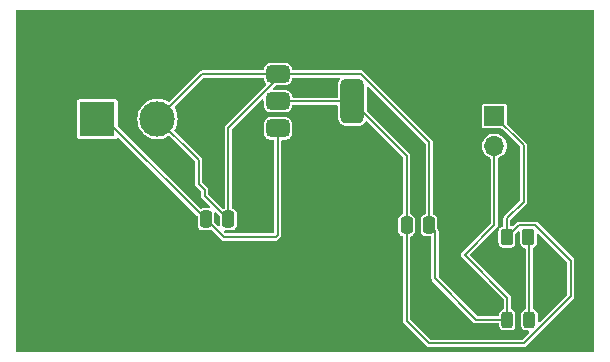
<source format=gbr>
%TF.GenerationSoftware,KiCad,Pcbnew,8.0.5*%
%TF.CreationDate,2026-01-17T19:17:13+05:30*%
%TF.ProjectId,5V_to_3V3_Power_Module,35565f74-6f5f-4335-9633-5f506f776572,rev?*%
%TF.SameCoordinates,Original*%
%TF.FileFunction,Copper,L1,Top*%
%TF.FilePolarity,Positive*%
%FSLAX46Y46*%
G04 Gerber Fmt 4.6, Leading zero omitted, Abs format (unit mm)*
G04 Created by KiCad (PCBNEW 8.0.5) date 2026-01-17 19:17:13*
%MOMM*%
%LPD*%
G01*
G04 APERTURE LIST*
G04 Aperture macros list*
%AMRoundRect*
0 Rectangle with rounded corners*
0 $1 Rounding radius*
0 $2 $3 $4 $5 $6 $7 $8 $9 X,Y pos of 4 corners*
0 Add a 4 corners polygon primitive as box body*
4,1,4,$2,$3,$4,$5,$6,$7,$8,$9,$2,$3,0*
0 Add four circle primitives for the rounded corners*
1,1,$1+$1,$2,$3*
1,1,$1+$1,$4,$5*
1,1,$1+$1,$6,$7*
1,1,$1+$1,$8,$9*
0 Add four rect primitives between the rounded corners*
20,1,$1+$1,$2,$3,$4,$5,0*
20,1,$1+$1,$4,$5,$6,$7,0*
20,1,$1+$1,$6,$7,$8,$9,0*
20,1,$1+$1,$8,$9,$2,$3,0*%
G04 Aperture macros list end*
%TA.AperFunction,SMDPad,CuDef*%
%ADD10RoundRect,0.250000X-0.250000X-0.475000X0.250000X-0.475000X0.250000X0.475000X-0.250000X0.475000X0*%
%TD*%
%TA.AperFunction,SMDPad,CuDef*%
%ADD11RoundRect,0.375000X-0.625000X-0.375000X0.625000X-0.375000X0.625000X0.375000X-0.625000X0.375000X0*%
%TD*%
%TA.AperFunction,SMDPad,CuDef*%
%ADD12RoundRect,0.500000X-0.500000X-1.400000X0.500000X-1.400000X0.500000X1.400000X-0.500000X1.400000X0*%
%TD*%
%TA.AperFunction,ComponentPad*%
%ADD13R,3.000000X3.000000*%
%TD*%
%TA.AperFunction,ComponentPad*%
%ADD14C,3.000000*%
%TD*%
%TA.AperFunction,SMDPad,CuDef*%
%ADD15RoundRect,0.243750X-0.243750X-0.456250X0.243750X-0.456250X0.243750X0.456250X-0.243750X0.456250X0*%
%TD*%
%TA.AperFunction,SMDPad,CuDef*%
%ADD16RoundRect,0.250000X-0.262500X-0.450000X0.262500X-0.450000X0.262500X0.450000X-0.262500X0.450000X0*%
%TD*%
%TA.AperFunction,ComponentPad*%
%ADD17R,1.700000X1.700000*%
%TD*%
%TA.AperFunction,ComponentPad*%
%ADD18O,1.700000X1.700000*%
%TD*%
%TA.AperFunction,Conductor*%
%ADD19C,0.200000*%
%TD*%
G04 APERTURE END LIST*
D10*
%TO.P,C2,1*%
%TO.N,+3V3*%
X166600000Y-83500000D03*
%TO.P,C2,2*%
%TO.N,GND*%
X168500000Y-83500000D03*
%TD*%
%TO.P,C1,1*%
%TO.N,+5V*%
X149600000Y-83000000D03*
%TO.P,C1,2*%
%TO.N,GND*%
X151500000Y-83000000D03*
%TD*%
D11*
%TO.P,U1,1,GND*%
%TO.N,GND*%
X155700000Y-70700000D03*
%TO.P,U1,2,VO*%
%TO.N,+3V3*%
X155700000Y-73000000D03*
D12*
X162000000Y-73000000D03*
D11*
%TO.P,U1,3,VI*%
%TO.N,+5V*%
X155700000Y-75300000D03*
%TD*%
D13*
%TO.P,J1,1,Pin_1*%
%TO.N,+5V*%
X140420000Y-74500000D03*
D14*
%TO.P,J1,2,Pin_2*%
%TO.N,GND*%
X145500000Y-74500000D03*
%TD*%
D15*
%TO.P,D1,1,K*%
%TO.N,GND*%
X175125000Y-91500000D03*
%TO.P,D1,2,A*%
%TO.N,Net-(D1-A)*%
X177000000Y-91500000D03*
%TD*%
D16*
%TO.P,R1,1*%
%TO.N,+3V3*%
X175087500Y-84500000D03*
%TO.P,R1,2*%
%TO.N,Net-(D1-A)*%
X176912500Y-84500000D03*
%TD*%
D17*
%TO.P,J2,1,Pin_1*%
%TO.N,+3V3*%
X174025000Y-74250000D03*
D18*
%TO.P,J2,2,Pin_2*%
%TO.N,GND*%
X174025000Y-76790000D03*
%TD*%
D19*
%TO.N,GND*%
X149000000Y-78000000D02*
X149000000Y-80000000D01*
X168500000Y-76461358D02*
X168500000Y-83500000D01*
X149000000Y-80000000D02*
X149500000Y-80500000D01*
X175125000Y-89625000D02*
X175125000Y-91500000D01*
X155700000Y-70700000D02*
X162738642Y-70700000D01*
X171500000Y-86000000D02*
X175125000Y-89625000D01*
X174025000Y-76790000D02*
X174025000Y-83475000D01*
X149500000Y-81000000D02*
X151500000Y-83000000D01*
X145500000Y-74500000D02*
X149300000Y-70700000D01*
X169000000Y-84000000D02*
X169000000Y-88000000D01*
X169000000Y-88000000D02*
X172500000Y-91500000D01*
X149500000Y-80500000D02*
X149500000Y-81000000D01*
X168500000Y-83500000D02*
X169000000Y-84000000D01*
X155700000Y-70700000D02*
X155700000Y-71045406D01*
X149300000Y-70700000D02*
X155700000Y-70700000D01*
X174025000Y-83475000D02*
X171500000Y-86000000D01*
X151500000Y-75245406D02*
X151500000Y-83000000D01*
X162738642Y-70700000D02*
X168500000Y-76461358D01*
X155700000Y-71045406D02*
X151500000Y-75245406D01*
X172500000Y-91500000D02*
X175125000Y-91500000D01*
X145500000Y-74500000D02*
X149000000Y-78000000D01*
%TO.N,+5V*%
X149600000Y-83000000D02*
X151100000Y-84500000D01*
X155700000Y-84300000D02*
X155700000Y-75300000D01*
X141100000Y-74500000D02*
X149600000Y-83000000D01*
X151100000Y-84500000D02*
X155500000Y-84500000D01*
X140420000Y-74500000D02*
X141100000Y-74500000D01*
X155500000Y-84500000D02*
X155700000Y-84300000D01*
%TO.N,+3V3*%
X180500000Y-86500000D02*
X180500000Y-89500000D01*
X175087500Y-82912500D02*
X175087500Y-84500000D01*
X166600000Y-91600000D02*
X166600000Y-83500000D01*
X176087500Y-83500000D02*
X177500000Y-83500000D01*
X166600000Y-77600000D02*
X162000000Y-73000000D01*
X176500000Y-93500000D02*
X168500000Y-93500000D01*
X175087500Y-84500000D02*
X176087500Y-83500000D01*
X180500000Y-89500000D02*
X176500000Y-93500000D01*
X176500000Y-76725000D02*
X176500000Y-81500000D01*
X176500000Y-81500000D02*
X175087500Y-82912500D01*
X162000000Y-73000000D02*
X155700000Y-73000000D01*
X174025000Y-74250000D02*
X176500000Y-76725000D01*
X177500000Y-83500000D02*
X180500000Y-86500000D01*
X166600000Y-83500000D02*
X166600000Y-77600000D01*
X168500000Y-93500000D02*
X166600000Y-91600000D01*
%TO.N,Net-(D1-A)*%
X177000000Y-84587500D02*
X176912500Y-84500000D01*
X177000000Y-91500000D02*
X177000000Y-84587500D01*
%TD*%
%TA.AperFunction,NonConductor*%
G36*
X182442539Y-65270185D02*
G01*
X182488294Y-65322989D01*
X182499500Y-65374500D01*
X182499500Y-94125500D01*
X182479815Y-94192539D01*
X182427011Y-94238294D01*
X182375500Y-94249500D01*
X133624500Y-94249500D01*
X133557461Y-94229815D01*
X133511706Y-94177011D01*
X133500500Y-94125500D01*
X133500500Y-72980247D01*
X138719500Y-72980247D01*
X138719500Y-76019752D01*
X138731131Y-76078229D01*
X138731132Y-76078230D01*
X138775447Y-76144552D01*
X138841769Y-76188867D01*
X138841770Y-76188868D01*
X138900247Y-76200499D01*
X138900250Y-76200500D01*
X138900252Y-76200500D01*
X141939750Y-76200500D01*
X141939751Y-76200499D01*
X141954568Y-76197552D01*
X141998229Y-76188868D01*
X141998229Y-76188867D01*
X141998231Y-76188867D01*
X142064552Y-76144552D01*
X142082759Y-76117302D01*
X142136370Y-76072499D01*
X142205695Y-76063790D01*
X142268723Y-76093945D01*
X142273542Y-76098513D01*
X148863181Y-82688152D01*
X148896666Y-82749475D01*
X148899500Y-82775833D01*
X148899500Y-83529269D01*
X148902353Y-83559699D01*
X148902353Y-83559701D01*
X148942931Y-83675662D01*
X148947207Y-83687882D01*
X149027850Y-83797150D01*
X149137118Y-83877793D01*
X149179845Y-83892744D01*
X149265299Y-83922646D01*
X149295730Y-83925500D01*
X149295734Y-83925500D01*
X149904270Y-83925500D01*
X149934689Y-83922647D01*
X149934689Y-83922646D01*
X149934699Y-83922646D01*
X149981890Y-83906132D01*
X150051662Y-83902570D01*
X150110522Y-83935493D01*
X150859540Y-84684511D01*
X150915489Y-84740460D01*
X150915491Y-84740461D01*
X150915495Y-84740464D01*
X150984004Y-84780017D01*
X150984011Y-84780021D01*
X151060438Y-84800500D01*
X151060440Y-84800500D01*
X155539560Y-84800500D01*
X155539562Y-84800500D01*
X155615989Y-84780021D01*
X155684511Y-84740460D01*
X155740460Y-84684511D01*
X155940460Y-84484511D01*
X155980022Y-84415988D01*
X156000500Y-84339562D01*
X156000500Y-84260438D01*
X156000500Y-76374500D01*
X156020185Y-76307461D01*
X156072989Y-76261706D01*
X156124500Y-76250500D01*
X156362713Y-76250500D01*
X156362720Y-76250500D01*
X156475236Y-76235687D01*
X156615233Y-76177698D01*
X156735451Y-76085451D01*
X156827698Y-75965233D01*
X156885687Y-75825236D01*
X156900500Y-75712720D01*
X156900500Y-74887280D01*
X156885687Y-74774764D01*
X156827698Y-74634767D01*
X156735451Y-74514549D01*
X156615233Y-74422302D01*
X156615229Y-74422300D01*
X156551801Y-74396027D01*
X156475236Y-74364313D01*
X156461171Y-74362461D01*
X156362727Y-74349500D01*
X156362720Y-74349500D01*
X155037280Y-74349500D01*
X155037272Y-74349500D01*
X154924764Y-74364313D01*
X154924763Y-74364313D01*
X154784770Y-74422300D01*
X154784767Y-74422301D01*
X154784767Y-74422302D01*
X154683516Y-74499995D01*
X154664549Y-74514549D01*
X154572300Y-74634770D01*
X154514313Y-74774763D01*
X154514313Y-74774764D01*
X154499500Y-74887272D01*
X154499500Y-75712727D01*
X154514313Y-75825235D01*
X154514313Y-75825236D01*
X154558711Y-75932423D01*
X154572302Y-75965233D01*
X154664549Y-76085451D01*
X154784767Y-76177698D01*
X154924764Y-76235687D01*
X155037280Y-76250500D01*
X155275500Y-76250500D01*
X155342539Y-76270185D01*
X155388294Y-76322989D01*
X155399500Y-76374500D01*
X155399500Y-84075500D01*
X155379815Y-84142539D01*
X155327011Y-84188294D01*
X155275500Y-84199500D01*
X151275833Y-84199500D01*
X151208794Y-84179815D01*
X151188152Y-84163181D01*
X151162152Y-84137181D01*
X151128667Y-84075858D01*
X151133651Y-84006166D01*
X151175523Y-83950233D01*
X151240987Y-83925816D01*
X151249833Y-83925500D01*
X151804270Y-83925500D01*
X151834699Y-83922646D01*
X151834701Y-83922646D01*
X151898790Y-83900219D01*
X151962882Y-83877793D01*
X152072150Y-83797150D01*
X152152793Y-83687882D01*
X152179757Y-83610824D01*
X152197646Y-83559701D01*
X152197646Y-83559699D01*
X152200500Y-83529269D01*
X152200500Y-82470730D01*
X152197646Y-82440300D01*
X152197646Y-82440298D01*
X152152793Y-82312119D01*
X152152792Y-82312117D01*
X152072150Y-82202850D01*
X151962882Y-82122207D01*
X151955429Y-82119599D01*
X151883544Y-82094445D01*
X151826769Y-82053723D01*
X151801022Y-81988770D01*
X151800500Y-81977404D01*
X151800500Y-75421239D01*
X151820185Y-75354200D01*
X151836819Y-75333558D01*
X154287819Y-72882558D01*
X154349142Y-72849073D01*
X154418834Y-72854057D01*
X154474767Y-72895929D01*
X154499184Y-72961393D01*
X154499500Y-72970239D01*
X154499500Y-73412727D01*
X154505367Y-73457287D01*
X154514313Y-73525236D01*
X154572302Y-73665233D01*
X154664549Y-73785451D01*
X154784767Y-73877698D01*
X154924764Y-73935687D01*
X155037280Y-73950500D01*
X155037287Y-73950500D01*
X156362713Y-73950500D01*
X156362720Y-73950500D01*
X156475236Y-73935687D01*
X156615233Y-73877698D01*
X156735451Y-73785451D01*
X156827698Y-73665233D01*
X156885687Y-73525236D01*
X156900500Y-73412720D01*
X156901030Y-73408695D01*
X156902981Y-73408951D01*
X156924292Y-73350774D01*
X156979978Y-73308575D01*
X157023994Y-73300500D01*
X160675500Y-73300500D01*
X160742539Y-73320185D01*
X160788294Y-73372989D01*
X160799500Y-73424500D01*
X160799500Y-74456613D01*
X160805913Y-74527192D01*
X160805913Y-74527194D01*
X160805914Y-74527196D01*
X160856522Y-74689606D01*
X160937867Y-74824167D01*
X160944530Y-74835188D01*
X161064811Y-74955469D01*
X161064813Y-74955470D01*
X161064815Y-74955472D01*
X161210394Y-75043478D01*
X161372804Y-75094086D01*
X161443384Y-75100500D01*
X161443387Y-75100500D01*
X162556613Y-75100500D01*
X162556616Y-75100500D01*
X162627196Y-75094086D01*
X162789606Y-75043478D01*
X162935185Y-74955472D01*
X163055472Y-74835185D01*
X163107245Y-74749541D01*
X163158770Y-74702356D01*
X163227629Y-74690517D01*
X163291958Y-74717785D01*
X163301041Y-74726012D01*
X166263181Y-77688152D01*
X166296666Y-77749475D01*
X166299500Y-77775833D01*
X166299500Y-82477404D01*
X166279815Y-82544443D01*
X166227011Y-82590198D01*
X166216456Y-82594445D01*
X166137117Y-82622207D01*
X166027850Y-82702850D01*
X165947207Y-82812117D01*
X165947206Y-82812119D01*
X165902353Y-82940298D01*
X165902353Y-82940300D01*
X165899500Y-82970730D01*
X165899500Y-84029269D01*
X165902353Y-84059699D01*
X165902353Y-84059701D01*
X165944384Y-84179815D01*
X165947207Y-84187882D01*
X166027850Y-84297150D01*
X166137118Y-84377793D01*
X166216458Y-84405555D01*
X166273231Y-84446275D01*
X166298978Y-84511228D01*
X166299500Y-84522595D01*
X166299500Y-91639562D01*
X166305506Y-91661977D01*
X166319979Y-91715991D01*
X166319981Y-91715994D01*
X166356944Y-91780014D01*
X166356946Y-91780023D01*
X166356949Y-91780022D01*
X166359540Y-91784511D01*
X168315489Y-93740460D01*
X168374829Y-93774720D01*
X168384008Y-93780020D01*
X168384012Y-93780022D01*
X168460438Y-93800500D01*
X168460440Y-93800500D01*
X176539560Y-93800500D01*
X176539562Y-93800500D01*
X176615989Y-93780021D01*
X176684511Y-93740460D01*
X176740460Y-93684511D01*
X180740460Y-89684511D01*
X180780021Y-89615989D01*
X180800500Y-89539562D01*
X180800500Y-86460438D01*
X180780022Y-86384012D01*
X180740460Y-86315489D01*
X177684511Y-83259540D01*
X177684510Y-83259539D01*
X177684507Y-83259537D01*
X177651462Y-83240459D01*
X177651462Y-83240458D01*
X177651460Y-83240458D01*
X177623243Y-83224167D01*
X177615990Y-83219979D01*
X177615991Y-83219979D01*
X177577775Y-83209739D01*
X177539562Y-83199500D01*
X176127062Y-83199500D01*
X176047938Y-83199500D01*
X175971510Y-83219978D01*
X175902989Y-83259540D01*
X175902986Y-83259542D01*
X175599681Y-83562847D01*
X175538358Y-83596332D01*
X175468666Y-83591348D01*
X175412733Y-83549476D01*
X175388316Y-83484012D01*
X175388000Y-83475166D01*
X175388000Y-83088333D01*
X175407685Y-83021294D01*
X175424319Y-83000652D01*
X176022876Y-82402095D01*
X176740460Y-81684511D01*
X176780022Y-81615988D01*
X176800500Y-81539562D01*
X176800500Y-81460438D01*
X176800500Y-76685438D01*
X176797438Y-76674011D01*
X176780022Y-76609012D01*
X176740460Y-76540489D01*
X175111819Y-74911848D01*
X175078334Y-74850525D01*
X175075500Y-74824167D01*
X175075500Y-73380249D01*
X175075499Y-73380247D01*
X175063868Y-73321770D01*
X175063867Y-73321769D01*
X175019552Y-73255447D01*
X174953230Y-73211132D01*
X174953229Y-73211131D01*
X174894752Y-73199500D01*
X174894748Y-73199500D01*
X173155252Y-73199500D01*
X173155247Y-73199500D01*
X173096770Y-73211131D01*
X173096769Y-73211132D01*
X173030447Y-73255447D01*
X172986132Y-73321769D01*
X172986131Y-73321770D01*
X172974500Y-73380247D01*
X172974500Y-75119752D01*
X172986131Y-75178229D01*
X172986132Y-75178230D01*
X173030447Y-75244552D01*
X173096769Y-75288867D01*
X173096770Y-75288868D01*
X173155247Y-75300499D01*
X173155250Y-75300500D01*
X173155252Y-75300500D01*
X174599167Y-75300500D01*
X174666206Y-75320185D01*
X174686848Y-75336819D01*
X176163181Y-76813152D01*
X176196666Y-76874475D01*
X176199500Y-76900833D01*
X176199500Y-81324167D01*
X176179815Y-81391206D01*
X176163181Y-81411848D01*
X174847041Y-82727987D01*
X174847035Y-82727995D01*
X174807482Y-82796504D01*
X174807479Y-82796509D01*
X174787000Y-82872939D01*
X174787000Y-83498030D01*
X174767315Y-83565069D01*
X174714511Y-83610824D01*
X174703956Y-83615071D01*
X174612117Y-83647207D01*
X174557008Y-83687880D01*
X174502850Y-83727850D01*
X174502849Y-83727850D01*
X174495374Y-83733368D01*
X174493130Y-83730328D01*
X174447605Y-83755073D01*
X174417095Y-83752831D01*
X174429386Y-83785784D01*
X174422743Y-83835585D01*
X174377354Y-83965298D01*
X174377353Y-83965300D01*
X174374500Y-83995730D01*
X174374500Y-85004269D01*
X174377353Y-85034699D01*
X174377353Y-85034701D01*
X174422206Y-85162880D01*
X174422207Y-85162882D01*
X174502850Y-85272150D01*
X174612118Y-85352793D01*
X174654845Y-85367744D01*
X174740299Y-85397646D01*
X174770730Y-85400500D01*
X174770734Y-85400500D01*
X175404270Y-85400500D01*
X175434699Y-85397646D01*
X175434701Y-85397646D01*
X175498790Y-85375219D01*
X175562882Y-85352793D01*
X175672150Y-85272150D01*
X175752793Y-85162882D01*
X175775219Y-85098790D01*
X175797646Y-85034701D01*
X175797646Y-85034699D01*
X175800500Y-85004269D01*
X175800500Y-84263333D01*
X175820185Y-84196294D01*
X175836819Y-84175652D01*
X175987819Y-84024652D01*
X176049142Y-83991167D01*
X176118834Y-83996151D01*
X176174767Y-84038023D01*
X176199184Y-84103487D01*
X176199500Y-84112333D01*
X176199500Y-85004269D01*
X176202353Y-85034699D01*
X176202353Y-85034701D01*
X176247206Y-85162880D01*
X176247207Y-85162882D01*
X176327850Y-85272150D01*
X176437118Y-85352793D01*
X176468063Y-85363621D01*
X176565295Y-85397645D01*
X176565299Y-85397645D01*
X176565301Y-85397646D01*
X176587078Y-85399688D01*
X176651984Y-85425544D01*
X176692610Y-85482388D01*
X176699500Y-85523146D01*
X176699500Y-90504963D01*
X176679815Y-90572002D01*
X176627011Y-90617757D01*
X176616472Y-90621997D01*
X176546321Y-90646545D01*
X176546319Y-90646546D01*
X176546317Y-90646547D01*
X176438569Y-90726069D01*
X176359045Y-90833819D01*
X176359044Y-90833821D01*
X176314815Y-90960218D01*
X176314813Y-90960230D01*
X176312000Y-90990231D01*
X176312000Y-92009768D01*
X176314813Y-92039769D01*
X176314815Y-92039781D01*
X176359044Y-92166178D01*
X176359045Y-92166180D01*
X176438569Y-92273930D01*
X176546319Y-92353454D01*
X176546321Y-92353455D01*
X176672718Y-92397684D01*
X176672722Y-92397684D01*
X176672726Y-92397686D01*
X176687731Y-92399093D01*
X176702732Y-92400500D01*
X176702736Y-92400500D01*
X176875167Y-92400500D01*
X176942206Y-92420185D01*
X176987961Y-92472989D01*
X176997905Y-92542147D01*
X176968880Y-92605703D01*
X176962848Y-92612181D01*
X176411848Y-93163181D01*
X176350525Y-93196666D01*
X176324167Y-93199500D01*
X168675833Y-93199500D01*
X168608794Y-93179815D01*
X168588152Y-93163181D01*
X166936819Y-91511848D01*
X166903334Y-91450525D01*
X166900500Y-91424167D01*
X166900500Y-84522595D01*
X166920185Y-84455556D01*
X166972989Y-84409801D01*
X166983523Y-84405561D01*
X167062882Y-84377793D01*
X167172150Y-84297150D01*
X167252793Y-84187882D01*
X167291992Y-84075858D01*
X167297646Y-84059701D01*
X167297646Y-84059699D01*
X167300500Y-84029269D01*
X167300500Y-82970730D01*
X167297646Y-82940300D01*
X167297646Y-82940298D01*
X167252793Y-82812119D01*
X167252792Y-82812117D01*
X167172150Y-82702850D01*
X167062882Y-82622207D01*
X166983544Y-82594445D01*
X166926769Y-82553723D01*
X166901022Y-82488770D01*
X166900500Y-82477404D01*
X166900500Y-77560439D01*
X166900500Y-77560438D01*
X166880021Y-77484011D01*
X166880017Y-77484004D01*
X166840464Y-77415495D01*
X166840458Y-77415487D01*
X163236819Y-73811848D01*
X163203334Y-73750525D01*
X163200500Y-73724167D01*
X163200500Y-71886191D01*
X163220185Y-71819152D01*
X163272989Y-71773397D01*
X163342147Y-71763453D01*
X163405703Y-71792478D01*
X163412181Y-71798510D01*
X168163181Y-76549510D01*
X168196666Y-76610833D01*
X168199500Y-76637191D01*
X168199500Y-82477404D01*
X168179815Y-82544443D01*
X168127011Y-82590198D01*
X168116456Y-82594445D01*
X168037117Y-82622207D01*
X167927850Y-82702850D01*
X167847207Y-82812117D01*
X167847206Y-82812119D01*
X167802353Y-82940298D01*
X167802353Y-82940300D01*
X167799500Y-82970730D01*
X167799500Y-84029269D01*
X167802353Y-84059699D01*
X167802353Y-84059701D01*
X167844384Y-84179815D01*
X167847207Y-84187882D01*
X167927850Y-84297150D01*
X168037118Y-84377793D01*
X168079845Y-84392744D01*
X168165299Y-84422646D01*
X168195730Y-84425500D01*
X168195734Y-84425500D01*
X168575500Y-84425500D01*
X168642539Y-84445185D01*
X168688294Y-84497989D01*
X168699500Y-84549500D01*
X168699500Y-88039562D01*
X168713152Y-88090513D01*
X168719979Y-88115990D01*
X168719982Y-88115995D01*
X168759535Y-88184504D01*
X168759539Y-88184509D01*
X168759540Y-88184511D01*
X172259540Y-91684511D01*
X172315489Y-91740460D01*
X172315491Y-91740461D01*
X172315495Y-91740464D01*
X172383999Y-91780014D01*
X172384011Y-91780021D01*
X172460438Y-91800500D01*
X174313000Y-91800500D01*
X174380039Y-91820185D01*
X174425794Y-91872989D01*
X174437000Y-91924500D01*
X174437000Y-92009768D01*
X174439813Y-92039769D01*
X174439815Y-92039781D01*
X174484044Y-92166178D01*
X174484045Y-92166180D01*
X174563569Y-92273930D01*
X174671319Y-92353454D01*
X174671321Y-92353455D01*
X174797718Y-92397684D01*
X174797722Y-92397684D01*
X174797726Y-92397686D01*
X174812731Y-92399093D01*
X174827732Y-92400500D01*
X174827736Y-92400500D01*
X175422268Y-92400500D01*
X175435601Y-92399249D01*
X175452274Y-92397686D01*
X175452278Y-92397684D01*
X175452281Y-92397684D01*
X175523345Y-92372816D01*
X175578679Y-92353455D01*
X175686430Y-92273930D01*
X175765955Y-92166179D01*
X175810186Y-92039774D01*
X175813000Y-92009764D01*
X175813000Y-90990236D01*
X175810186Y-90960226D01*
X175810184Y-90960222D01*
X175810184Y-90960218D01*
X175765955Y-90833821D01*
X175765954Y-90833819D01*
X175686430Y-90726069D01*
X175578682Y-90646547D01*
X175578681Y-90646546D01*
X175578679Y-90646545D01*
X175508542Y-90622003D01*
X175451769Y-90581283D01*
X175426022Y-90516330D01*
X175425500Y-90504963D01*
X175425500Y-89585439D01*
X175413207Y-89539562D01*
X175405021Y-89509011D01*
X175405017Y-89509004D01*
X175365464Y-89440495D01*
X175365458Y-89440487D01*
X172012652Y-86087681D01*
X171979167Y-86026358D01*
X171984151Y-85956666D01*
X172012652Y-85912319D01*
X172920705Y-85004266D01*
X174218023Y-83706947D01*
X174279344Y-83673464D01*
X174310089Y-83675662D01*
X174297780Y-83642463D01*
X174304813Y-83599348D01*
X174302917Y-83598840D01*
X174311966Y-83565069D01*
X174325500Y-83514562D01*
X174325500Y-77888578D01*
X174345185Y-77821539D01*
X174397989Y-77775784D01*
X174413488Y-77769923D01*
X174428954Y-77765232D01*
X174611450Y-77667685D01*
X174771410Y-77536410D01*
X174902685Y-77376450D01*
X175000232Y-77193954D01*
X175060300Y-76995934D01*
X175080583Y-76790000D01*
X175060300Y-76584066D01*
X175000232Y-76386046D01*
X174902685Y-76203550D01*
X174807355Y-76087389D01*
X174771410Y-76043589D01*
X174611452Y-75912317D01*
X174611453Y-75912317D01*
X174611450Y-75912315D01*
X174428954Y-75814768D01*
X174230934Y-75754700D01*
X174230932Y-75754699D01*
X174230934Y-75754699D01*
X174025000Y-75734417D01*
X173819067Y-75754699D01*
X173621043Y-75814769D01*
X173510898Y-75873643D01*
X173438550Y-75912315D01*
X173438548Y-75912316D01*
X173438547Y-75912317D01*
X173278589Y-76043589D01*
X173149818Y-76200500D01*
X173147315Y-76203550D01*
X173116230Y-76261706D01*
X173049769Y-76386043D01*
X172989699Y-76584067D01*
X172969417Y-76790000D01*
X172989699Y-76995932D01*
X172989700Y-76995934D01*
X173049768Y-77193954D01*
X173147315Y-77376450D01*
X173147317Y-77376452D01*
X173278589Y-77536410D01*
X173375209Y-77615702D01*
X173438550Y-77667685D01*
X173621046Y-77765232D01*
X173636496Y-77769918D01*
X173694932Y-77808212D01*
X173723390Y-77872024D01*
X173724500Y-77888578D01*
X173724500Y-83299167D01*
X173704815Y-83366206D01*
X173688181Y-83386848D01*
X171259541Y-85815487D01*
X171259539Y-85815489D01*
X171219979Y-85884011D01*
X171219979Y-85884012D01*
X171199500Y-85960438D01*
X171199500Y-86039562D01*
X171212394Y-86087681D01*
X171219979Y-86115987D01*
X171219979Y-86115988D01*
X171259539Y-86184510D01*
X174788181Y-89713152D01*
X174821666Y-89774475D01*
X174824500Y-89800833D01*
X174824500Y-90504963D01*
X174804815Y-90572002D01*
X174752011Y-90617757D01*
X174741472Y-90621997D01*
X174671321Y-90646545D01*
X174671319Y-90646546D01*
X174671317Y-90646547D01*
X174563569Y-90726069D01*
X174484045Y-90833819D01*
X174484044Y-90833821D01*
X174439815Y-90960218D01*
X174439813Y-90960230D01*
X174437000Y-90990231D01*
X174437000Y-91075500D01*
X174417315Y-91142539D01*
X174364511Y-91188294D01*
X174313000Y-91199500D01*
X172675833Y-91199500D01*
X172608794Y-91179815D01*
X172588152Y-91163181D01*
X169336819Y-87911848D01*
X169303334Y-87850525D01*
X169300500Y-87824167D01*
X169300500Y-83960440D01*
X169300500Y-83960438D01*
X169280022Y-83884012D01*
X169240460Y-83815489D01*
X169236819Y-83811848D01*
X169203334Y-83750525D01*
X169200500Y-83724167D01*
X169200500Y-82970730D01*
X169197646Y-82940300D01*
X169197646Y-82940298D01*
X169152793Y-82812119D01*
X169152792Y-82812117D01*
X169072150Y-82702850D01*
X168962882Y-82622207D01*
X168883544Y-82594445D01*
X168826769Y-82553723D01*
X168801022Y-82488770D01*
X168800500Y-82477404D01*
X168800500Y-76421798D01*
X168800499Y-76421794D01*
X168790921Y-76386046D01*
X168780022Y-76345370D01*
X168740460Y-76276847D01*
X162923153Y-70459540D01*
X162923151Y-70459539D01*
X162923146Y-70459535D01*
X162854637Y-70419982D01*
X162854632Y-70419979D01*
X162829155Y-70413152D01*
X162778204Y-70399500D01*
X162778202Y-70399500D01*
X157023994Y-70399500D01*
X156956955Y-70379815D01*
X156911200Y-70327011D01*
X156902160Y-70291156D01*
X156901030Y-70291305D01*
X156899645Y-70280793D01*
X156885687Y-70174764D01*
X156827698Y-70034767D01*
X156735451Y-69914549D01*
X156615233Y-69822302D01*
X156615229Y-69822300D01*
X156551801Y-69796027D01*
X156475236Y-69764313D01*
X156461171Y-69762461D01*
X156362727Y-69749500D01*
X156362720Y-69749500D01*
X155037280Y-69749500D01*
X155037272Y-69749500D01*
X154924764Y-69764313D01*
X154924763Y-69764313D01*
X154784770Y-69822300D01*
X154664549Y-69914549D01*
X154572300Y-70034770D01*
X154514313Y-70174763D01*
X154514313Y-70174764D01*
X154498970Y-70291305D01*
X154497018Y-70291048D01*
X154475708Y-70349226D01*
X154420022Y-70391425D01*
X154376006Y-70399500D01*
X149260438Y-70399500D01*
X149184010Y-70419978D01*
X149115489Y-70459540D01*
X149115486Y-70459542D01*
X146543725Y-73031302D01*
X146482402Y-73064787D01*
X146412710Y-73059803D01*
X146386193Y-73046075D01*
X146352634Y-73023195D01*
X146352626Y-73023190D01*
X146123006Y-72912612D01*
X146123008Y-72912612D01*
X145879466Y-72837489D01*
X145879462Y-72837488D01*
X145879458Y-72837487D01*
X145758231Y-72819214D01*
X145627440Y-72799500D01*
X145627435Y-72799500D01*
X145372565Y-72799500D01*
X145372559Y-72799500D01*
X145215609Y-72823157D01*
X145120542Y-72837487D01*
X145120539Y-72837488D01*
X145120533Y-72837489D01*
X144876992Y-72912612D01*
X144647373Y-73023190D01*
X144647372Y-73023191D01*
X144436782Y-73166768D01*
X144249952Y-73340121D01*
X144249950Y-73340123D01*
X144091041Y-73539388D01*
X143963608Y-73760109D01*
X143870492Y-73997362D01*
X143870490Y-73997369D01*
X143813777Y-74245845D01*
X143794732Y-74499995D01*
X143794732Y-74500004D01*
X143813777Y-74754154D01*
X143859726Y-74955472D01*
X143870492Y-75002637D01*
X143963607Y-75239888D01*
X144091041Y-75460612D01*
X144249950Y-75659877D01*
X144436783Y-75833232D01*
X144647366Y-75976805D01*
X144647371Y-75976807D01*
X144647372Y-75976808D01*
X144647373Y-75976809D01*
X144736538Y-76019748D01*
X144876992Y-76087387D01*
X144876993Y-76087387D01*
X144876996Y-76087389D01*
X145120542Y-76162513D01*
X145372565Y-76200500D01*
X145627435Y-76200500D01*
X145879458Y-76162513D01*
X146123004Y-76087389D01*
X146352634Y-75976805D01*
X146386195Y-75953922D01*
X146452668Y-75932423D01*
X146520219Y-75950275D01*
X146543725Y-75968696D01*
X148663181Y-78088152D01*
X148696666Y-78149475D01*
X148699500Y-78175833D01*
X148699500Y-80039562D01*
X148713152Y-80090513D01*
X148719979Y-80115990D01*
X148719982Y-80115995D01*
X148759535Y-80184504D01*
X148759541Y-80184512D01*
X149163181Y-80588152D01*
X149196666Y-80649475D01*
X149199500Y-80675833D01*
X149199500Y-81039562D01*
X149213152Y-81090513D01*
X149219979Y-81115990D01*
X149219982Y-81115995D01*
X149259535Y-81184504D01*
X149259541Y-81184512D01*
X149937848Y-81862819D01*
X149971333Y-81924142D01*
X149966349Y-81993834D01*
X149924477Y-82049767D01*
X149859013Y-82074184D01*
X149850167Y-82074500D01*
X149295730Y-82074500D01*
X149265305Y-82077353D01*
X149265298Y-82077354D01*
X149218110Y-82093866D01*
X149148332Y-82097427D01*
X149089476Y-82064505D01*
X142156819Y-75131848D01*
X142123334Y-75070525D01*
X142120500Y-75044167D01*
X142120500Y-72980249D01*
X142120499Y-72980247D01*
X142108868Y-72921770D01*
X142108867Y-72921769D01*
X142064552Y-72855447D01*
X141998230Y-72811132D01*
X141998229Y-72811131D01*
X141939752Y-72799500D01*
X141939748Y-72799500D01*
X138900252Y-72799500D01*
X138900247Y-72799500D01*
X138841770Y-72811131D01*
X138841769Y-72811132D01*
X138775447Y-72855447D01*
X138731132Y-72921769D01*
X138731131Y-72921770D01*
X138719500Y-72980247D01*
X133500500Y-72980247D01*
X133500500Y-65374500D01*
X133520185Y-65307461D01*
X133572989Y-65261706D01*
X133624500Y-65250500D01*
X182375500Y-65250500D01*
X182442539Y-65270185D01*
G37*
%TD.AperFunction*%
%TA.AperFunction,NonConductor*%
G36*
X160891042Y-71020185D02*
G01*
X160936797Y-71072989D01*
X160946741Y-71142147D01*
X160930121Y-71188646D01*
X160908003Y-71225235D01*
X160856522Y-71310393D01*
X160805913Y-71472807D01*
X160799500Y-71543386D01*
X160799500Y-72575500D01*
X160779815Y-72642539D01*
X160727011Y-72688294D01*
X160675500Y-72699500D01*
X157023994Y-72699500D01*
X156956955Y-72679815D01*
X156911200Y-72627011D01*
X156902160Y-72591156D01*
X156901030Y-72591305D01*
X156898949Y-72575500D01*
X156885687Y-72474764D01*
X156827698Y-72334767D01*
X156735451Y-72214549D01*
X156615233Y-72122302D01*
X156615229Y-72122300D01*
X156551801Y-72096027D01*
X156475236Y-72064313D01*
X156461171Y-72062461D01*
X156362727Y-72049500D01*
X156362720Y-72049500D01*
X155420239Y-72049500D01*
X155353200Y-72029815D01*
X155307445Y-71977011D01*
X155297501Y-71907853D01*
X155326526Y-71844297D01*
X155332558Y-71837819D01*
X155483558Y-71686819D01*
X155544881Y-71653334D01*
X155571239Y-71650500D01*
X156362713Y-71650500D01*
X156362720Y-71650500D01*
X156475236Y-71635687D01*
X156615233Y-71577698D01*
X156735451Y-71485451D01*
X156827698Y-71365233D01*
X156885687Y-71225236D01*
X156900500Y-71112720D01*
X156901030Y-71108695D01*
X156902981Y-71108951D01*
X156924292Y-71050774D01*
X156979978Y-71008575D01*
X157023994Y-71000500D01*
X160824003Y-71000500D01*
X160891042Y-71020185D01*
G37*
%TD.AperFunction*%
%TA.AperFunction,NonConductor*%
G36*
X154443045Y-71020185D02*
G01*
X154488800Y-71072989D01*
X154497839Y-71108843D01*
X154498970Y-71108695D01*
X154499500Y-71112720D01*
X154514313Y-71225236D01*
X154572302Y-71365233D01*
X154664549Y-71485451D01*
X154664551Y-71485452D01*
X154669497Y-71491898D01*
X154667702Y-71493274D01*
X154695570Y-71544310D01*
X154690586Y-71614002D01*
X154662085Y-71658349D01*
X151315489Y-75004946D01*
X151259541Y-75060893D01*
X151259535Y-75060901D01*
X151219982Y-75129410D01*
X151219979Y-75129415D01*
X151199500Y-75205845D01*
X151199500Y-81975167D01*
X151179815Y-82042206D01*
X151127011Y-82087961D01*
X151057853Y-82097905D01*
X150994297Y-82068880D01*
X150987819Y-82062848D01*
X149836819Y-80911848D01*
X149803334Y-80850525D01*
X149800500Y-80824167D01*
X149800500Y-80460440D01*
X149800500Y-80460438D01*
X149780022Y-80384012D01*
X149740460Y-80315489D01*
X149336819Y-79911848D01*
X149303334Y-79850525D01*
X149300500Y-79824167D01*
X149300500Y-77960439D01*
X149300500Y-77960438D01*
X149280021Y-77884011D01*
X149243953Y-77821539D01*
X149240464Y-77815495D01*
X149240458Y-77815487D01*
X146967682Y-75542711D01*
X146934197Y-75481388D01*
X146939181Y-75411696D01*
X146947970Y-75393040D01*
X147036393Y-75239888D01*
X147129508Y-75002637D01*
X147186222Y-74754157D01*
X147203230Y-74527196D01*
X147205268Y-74500004D01*
X147205268Y-74499995D01*
X147186222Y-74245845D01*
X147129509Y-73997369D01*
X147129508Y-73997363D01*
X147036393Y-73760112D01*
X146947975Y-73606967D01*
X146931503Y-73539068D01*
X146954356Y-73473041D01*
X146967676Y-73457293D01*
X149388152Y-71036819D01*
X149449475Y-71003334D01*
X149475833Y-71000500D01*
X154376006Y-71000500D01*
X154443045Y-71020185D01*
G37*
%TD.AperFunction*%
%TA.AperFunction,NonConductor*%
G36*
X150505703Y-82431120D02*
G01*
X150512181Y-82437152D01*
X150763181Y-82688152D01*
X150796666Y-82749475D01*
X150799500Y-82775833D01*
X150799500Y-83475167D01*
X150779815Y-83542206D01*
X150727011Y-83587961D01*
X150657853Y-83597905D01*
X150594297Y-83568880D01*
X150587819Y-83562848D01*
X150336819Y-83311848D01*
X150303334Y-83250525D01*
X150300500Y-83224167D01*
X150300500Y-82524833D01*
X150320185Y-82457794D01*
X150372989Y-82412039D01*
X150442147Y-82402095D01*
X150505703Y-82431120D01*
G37*
%TD.AperFunction*%
%TA.AperFunction,NonConductor*%
G36*
X177830703Y-84256120D02*
G01*
X177837181Y-84262152D01*
X180163181Y-86588152D01*
X180196666Y-86649475D01*
X180199500Y-86675833D01*
X180199500Y-89324167D01*
X180179815Y-89391206D01*
X180163181Y-89411848D01*
X177899681Y-91675348D01*
X177838358Y-91708833D01*
X177768666Y-91703849D01*
X177712733Y-91661977D01*
X177688316Y-91596513D01*
X177688000Y-91587667D01*
X177688000Y-90990231D01*
X177685186Y-90960230D01*
X177685186Y-90960226D01*
X177685184Y-90960222D01*
X177685184Y-90960218D01*
X177640955Y-90833821D01*
X177640954Y-90833819D01*
X177561430Y-90726069D01*
X177453682Y-90646547D01*
X177453681Y-90646546D01*
X177453679Y-90646545D01*
X177383542Y-90622003D01*
X177326769Y-90581283D01*
X177301022Y-90516330D01*
X177300500Y-90504963D01*
X177300500Y-85471352D01*
X177320185Y-85404313D01*
X177372989Y-85358558D01*
X177383548Y-85354310D01*
X177385915Y-85353481D01*
X177387882Y-85352793D01*
X177497150Y-85272150D01*
X177577793Y-85162882D01*
X177600219Y-85098790D01*
X177622646Y-85034701D01*
X177622646Y-85034699D01*
X177625500Y-85004269D01*
X177625500Y-84349833D01*
X177645185Y-84282794D01*
X177697989Y-84237039D01*
X177767147Y-84227095D01*
X177830703Y-84256120D01*
G37*
%TD.AperFunction*%
M02*

</source>
